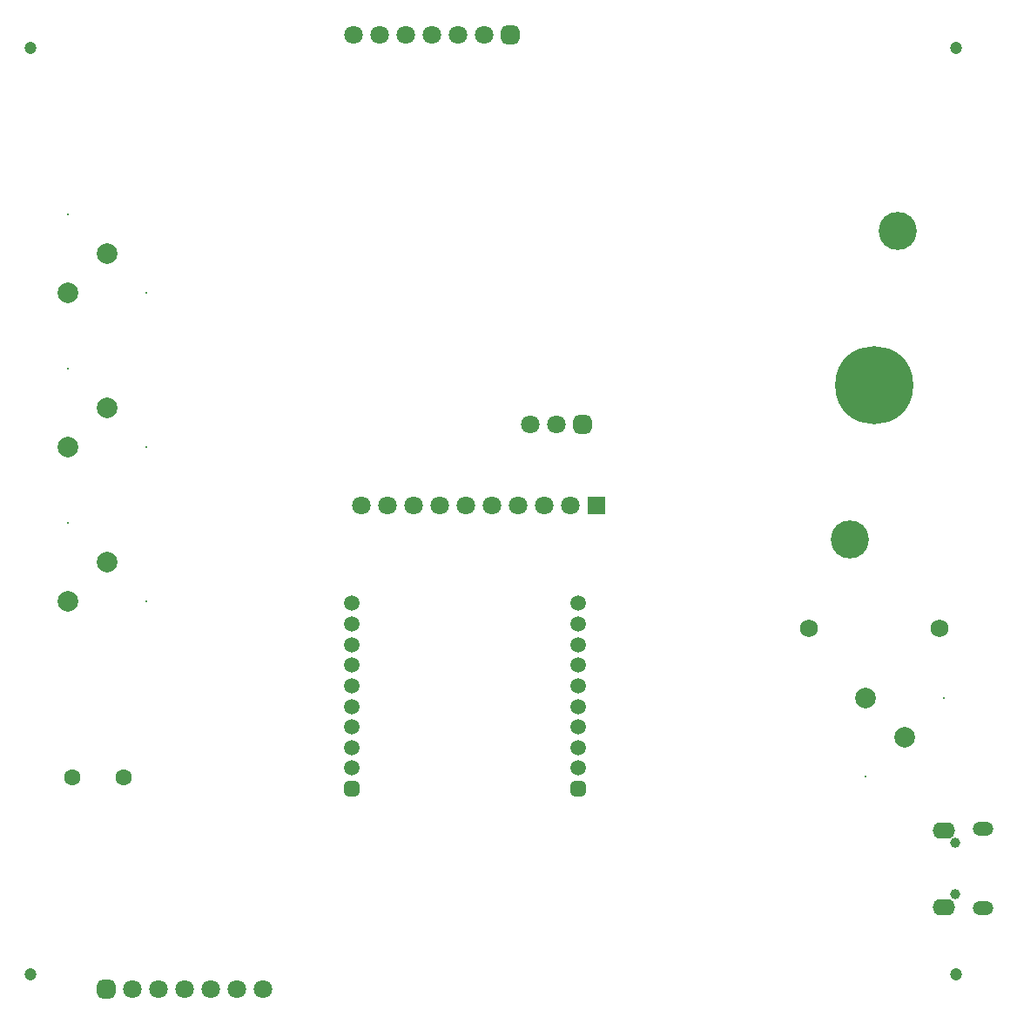
<source format=gbr>
%TF.GenerationSoftware,Altium Limited,Altium Designer,22.7.1 (60)*%
G04 Layer_Color=16711935*
%FSLAX43Y43*%
%MOMM*%
%TF.SameCoordinates,2B380584-264C-487A-9C59-0A3591007A03*%
%TF.FilePolarity,Negative*%
%TF.FileFunction,Soldermask,Bot*%
%TF.Part,Single*%
G01*
G75*
%TA.AperFunction,ComponentPad*%
%ADD35C,1.600*%
%ADD44C,1.800*%
G04:AMPARAMS|DCode=51|XSize=1.8mm|YSize=1.8mm|CornerRadius=0.5mm|HoleSize=0mm|Usage=FLASHONLY|Rotation=180.000|XOffset=0mm|YOffset=0mm|HoleType=Round|Shape=RoundedRectangle|*
%AMROUNDEDRECTD51*
21,1,1.800,0.800,0,0,180.0*
21,1,0.800,1.800,0,0,180.0*
1,1,1.000,-0.400,0.400*
1,1,1.000,0.400,0.400*
1,1,1.000,0.400,-0.400*
1,1,1.000,-0.400,-0.400*
%
%ADD51ROUNDEDRECTD51*%
%ADD52O,2.200X1.600*%
%ADD53C,1.000*%
%ADD54O,2.000X1.350*%
%ADD55C,7.600*%
%ADD56C,1.730*%
%ADD57C,3.700*%
%ADD58C,1.500*%
G04:AMPARAMS|DCode=59|XSize=1.5mm|YSize=1.5mm|CornerRadius=0.425mm|HoleSize=0mm|Usage=FLASHONLY|Rotation=90.000|XOffset=0mm|YOffset=0mm|HoleType=Round|Shape=RoundedRectangle|*
%AMROUNDEDRECTD59*
21,1,1.500,0.650,0,0,90.0*
21,1,0.650,1.500,0,0,90.0*
1,1,0.850,0.325,0.325*
1,1,0.850,0.325,-0.325*
1,1,0.850,-0.325,-0.325*
1,1,0.850,-0.325,0.325*
%
%ADD59ROUNDEDRECTD59*%
%ADD60C,2.000*%
%ADD61C,0.200*%
%ADD62R,1.800X1.800*%
%TA.AperFunction,WasherPad*%
%ADD63C,1.200*%
D35*
X9057Y24130D02*
D03*
X14057D02*
D03*
D44*
X36449Y96266D02*
D03*
X38989D02*
D03*
X44069D02*
D03*
X49149D02*
D03*
X46609D02*
D03*
X41529D02*
D03*
X27620Y3500D02*
D03*
X25080D02*
D03*
X20000D02*
D03*
X14920D02*
D03*
X17460D02*
D03*
X22540D02*
D03*
X56174Y58404D02*
D03*
X53634D02*
D03*
X37211Y50546D02*
D03*
X42291D02*
D03*
X47371D02*
D03*
X52451D02*
D03*
X57531D02*
D03*
X54991D02*
D03*
X49911D02*
D03*
X44831D02*
D03*
X39751D02*
D03*
D51*
X51689Y96266D02*
D03*
X12380Y3500D02*
D03*
X58714Y58404D02*
D03*
D52*
X93800Y11515D02*
D03*
Y18965D02*
D03*
D53*
X94900Y12740D02*
D03*
Y17740D02*
D03*
D54*
X97600Y11365D02*
D03*
Y19115D02*
D03*
D55*
X87022Y62236D02*
D03*
D56*
X93372Y38611D02*
D03*
X80672D02*
D03*
D57*
X89372Y77221D02*
D03*
X84672Y47251D02*
D03*
D58*
X36244Y41000D02*
D03*
Y39000D02*
D03*
Y37000D02*
D03*
Y25000D02*
D03*
Y27000D02*
D03*
Y29000D02*
D03*
Y31000D02*
D03*
Y33000D02*
D03*
Y35000D02*
D03*
X58244Y41000D02*
D03*
Y39000D02*
D03*
Y37000D02*
D03*
Y25000D02*
D03*
Y27000D02*
D03*
Y29000D02*
D03*
Y31000D02*
D03*
Y33000D02*
D03*
Y35000D02*
D03*
D59*
X36244Y23000D02*
D03*
X58244D02*
D03*
D60*
X12500Y75000D02*
D03*
X8690Y71190D02*
D03*
X12500Y60000D02*
D03*
X8690Y56190D02*
D03*
X12500Y45000D02*
D03*
X8690Y41190D02*
D03*
X90000Y28000D02*
D03*
X86190Y31810D02*
D03*
D61*
X8690Y78810D02*
D03*
X16310Y71190D02*
D03*
X8690Y63810D02*
D03*
X16310Y56190D02*
D03*
X8690Y48810D02*
D03*
X16310Y41190D02*
D03*
X93810Y31810D02*
D03*
X86190Y24190D02*
D03*
D62*
X60071Y50546D02*
D03*
D63*
X5000Y5000D02*
D03*
X95000D02*
D03*
Y95000D02*
D03*
X5000D02*
D03*
%TF.MD5,d3cfb7656c647f4876758c42abd74641*%
M02*

</source>
